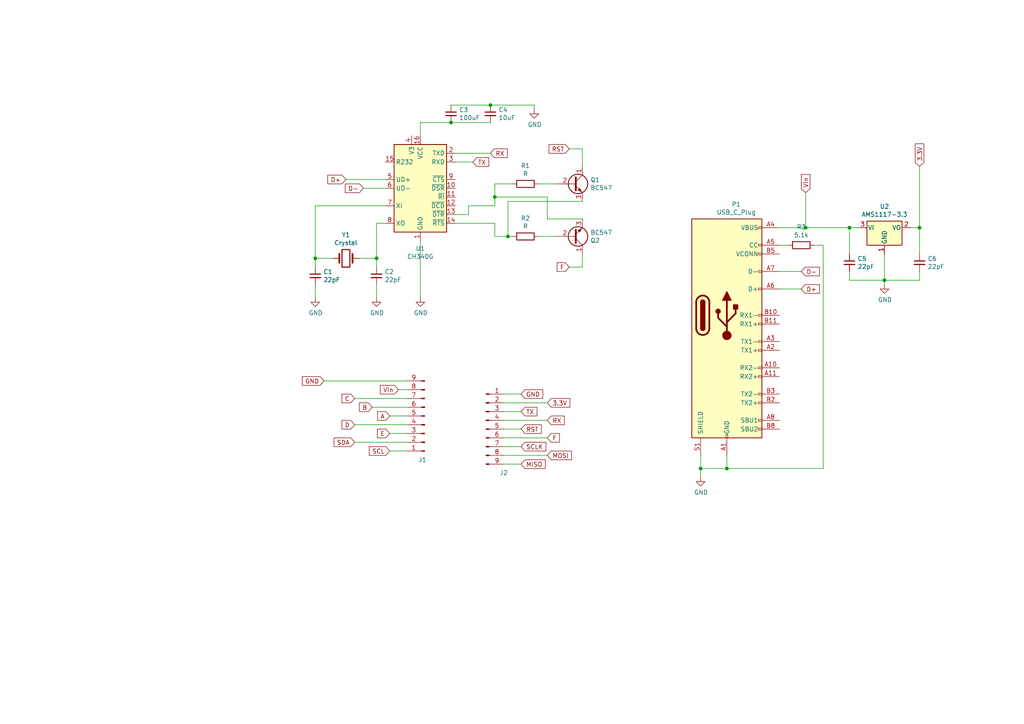
<source format=kicad_sch>
(kicad_sch (version 20211123) (generator eeschema)
  (paper "A4")
  (lib_symbols
    (symbol "Connector:Conn_01x09_Male" (pin_names (offset 1.016) hide)
      (property "Reference" "J" (at 0 12.7 0))
      (property "Value" "Conn_01x09_Male" (at 0 -12.7 0))
      (symbol "Conn_01x09_Male_1_1"
        (polyline (pts (xy 1.27 -10.16) (xy 0.8636 -10.16)) (stroke (width 0.1524)))
        (polyline (pts (xy 1.27 -7.62) (xy 0.8636 -7.62)) (stroke (width 0.1524)))
        (polyline (pts (xy 1.27 -5.08) (xy 0.8636 -5.08)) (stroke (width 0.1524)))
        (polyline (pts (xy 1.27 -2.54) (xy 0.8636 -2.54)) (stroke (width 0.1524)))
        (polyline (pts (xy 1.27 0) (xy 0.8636 0)) (stroke (width 0.1524)))
        (polyline (pts (xy 1.27 2.54) (xy 0.8636 2.54)) (stroke (width 0.1524)))
        (polyline (pts (xy 1.27 5.08) (xy 0.8636 5.08)) (stroke (width 0.1524)))
        (polyline (pts (xy 1.27 7.62) (xy 0.8636 7.62)) (stroke (width 0.1524)))
        (polyline (pts (xy 1.27 10.16) (xy 0.8636 10.16)) (stroke (width 0.1524)))
        (rectangle (start 0.8636 -10.033) (end 0 -10.287) (stroke (width 0.1524)) (fill (type outline)))
        (rectangle (start 0.8636 -7.493) (end 0 -7.747) (stroke (width 0.1524)) (fill (type outline)))
        (rectangle (start 0.8636 -4.953) (end 0 -5.207) (stroke (width 0.1524)) (fill (type outline)))
        (rectangle (start 0.8636 -2.413) (end 0 -2.667) (stroke (width 0.1524)) (fill (type outline)))
        (rectangle (start 0.8636 0.127) (end 0 -0.127) (stroke (width 0.1524)) (fill (type outline)))
        (rectangle (start 0.8636 2.667) (end 0 2.413) (stroke (width 0.1524)) (fill (type outline)))
        (rectangle (start 0.8636 5.207) (end 0 4.953) (stroke (width 0.1524)) (fill (type outline)))
        (rectangle (start 0.8636 7.747) (end 0 7.493) (stroke (width 0.1524)) (fill (type outline)))
        (rectangle (start 0.8636 10.287) (end 0 10.033) (stroke (width 0.1524)) (fill (type outline)))
        (pin passive line (at 5.08 10.16 180) (length 3.81) (name "Pin_1") (number "1"))
        (pin passive line (at 5.08 7.62 180) (length 3.81) (name "Pin_2") (number "2"))
        (pin passive line (at 5.08 5.08 180) (length 3.81) (name "Pin_3") (number "3"))
        (pin passive line (at 5.08 2.54 180) (length 3.81) (name "Pin_4") (number "4"))
        (pin passive line (at 5.08 0 180) (length 3.81) (name "Pin_5") (number "5"))
        (pin passive line (at 5.08 -2.54 180) (length 3.81) (name "Pin_6") (number "6"))
        (pin passive line (at 5.08 -5.08 180) (length 3.81) (name "Pin_7") (number "7"))
        (pin passive line (at 5.08 -7.62 180) (length 3.81) (name "Pin_8") (number "8"))
        (pin passive line (at 5.08 -10.16 180) (length 3.81) (name "Pin_9") (number "9"))
      )
    )
    (symbol "Connector:USB_C_Plug" (pin_names (offset 1.016))
      (property "Reference" "P" (at -10.16 29.21 0))
      (property "Value" "USB_C_Plug" (at 10.16 29.21 0))
      (symbol "USB_C_Plug_0_0"
        (rectangle (start -0.254 -35.56) (end 0.254 -34.544))
        (rectangle (start 10.16 -32.766) (end 9.144 -33.274))
        (rectangle (start 10.16 -30.226) (end 9.144 -30.734))
        (rectangle (start 10.16 -25.146) (end 9.144 -25.654))
        (rectangle (start 10.16 -22.606) (end 9.144 -23.114))
        (rectangle (start 10.16 -17.526) (end 9.144 -18.034))
        (rectangle (start 10.16 -14.986) (end 9.144 -15.494))
        (rectangle (start 10.16 -9.906) (end 9.144 -10.414))
        (rectangle (start 10.16 -7.366) (end 9.144 -7.874))
        (rectangle (start 10.16 -2.286) (end 9.144 -2.794))
        (rectangle (start 10.16 0.254) (end 9.144 -0.254))
        (rectangle (start 10.16 7.874) (end 9.144 7.366))
        (rectangle (start 10.16 12.954) (end 9.144 12.446))
        (rectangle (start 10.16 18.034) (end 9.144 17.526))
        (rectangle (start 10.16 20.574) (end 9.144 20.066))
        (rectangle (start 10.16 25.654) (end 9.144 25.146))
      )
      (symbol "USB_C_Plug_0_1"
        (rectangle (start -10.16 27.94) (end 10.16 -35.56) (stroke (width 0.254)) (fill (type background)))
        (arc (start -8.89 -3.81) (mid -6.985 -5.715) (end -5.08 -3.81) (stroke (width 0.508)))
        (arc (start -7.62 -3.81) (mid -6.985 -4.445) (end -6.35 -3.81) (stroke (width 0.254)))
        (arc (start -7.62 -3.81) (mid -6.985 -4.445) (end -6.35 -3.81) (stroke (width 0.254)) (fill (type outline)))
        (rectangle (start -7.62 -3.81) (end -6.35 3.81) (stroke (width 0.254)) (fill (type outline)))
        (arc (start -6.35 3.81) (mid -6.985 4.445) (end -7.62 3.81) (stroke (width 0.254)))
        (arc (start -6.35 3.81) (mid -6.985 4.445) (end -7.62 3.81) (stroke (width 0.254)) (fill (type outline)))
        (arc (start -5.08 3.81) (mid -6.985 5.715) (end -8.89 3.81) (stroke (width 0.508)))
        (polyline (pts (xy -8.89 -3.81) (xy -8.89 3.81)) (stroke (width 0.508)))
        (polyline (pts (xy -5.08 3.81) (xy -5.08 -3.81)) (stroke (width 0.508)))
      )
      (symbol "USB_C_Plug_1_1"
        (circle (center -2.54 1.143) (radius 0.635) (stroke (width 0.254)) (fill (type outline)))
        (circle (center 0 -5.842) (radius 1.27) (fill (type outline)))
        (polyline (pts (xy 0 -5.842) (xy 0 4.318)) (stroke (width 0.508)))
        (polyline (pts (xy 0 -3.302) (xy -2.54 -0.762) (xy -2.54 0.508)) (stroke (width 0.508)))
        (polyline (pts (xy 0 -2.032) (xy 2.54 0.508) (xy 2.54 1.778)) (stroke (width 0.508)))
        (polyline (pts (xy -1.27 4.318) (xy 0 6.858) (xy 1.27 4.318) (xy -1.27 4.318)) (stroke (width 0.254)) (fill (type outline)))
        (rectangle (start 1.905 1.778) (end 3.175 3.048) (stroke (width 0.254)) (fill (type outline)))
        (pin passive line (at 0 -40.64 90) (length 5.08) (name "GND") (number "A1"))
        (pin bidirectional line (at 15.24 -15.24 180) (length 5.08) (name "RX2-") (number "A10"))
        (pin bidirectional line (at 15.24 -17.78 180) (length 5.08) (name "RX2+") (number "A11"))
        (pin passive line (at 0 -40.64 90) (length 5.08) hide (name "GND") (number "A12"))
        (pin bidirectional line (at 15.24 -10.16 180) (length 5.08) (name "TX1+") (number "A2"))
        (pin bidirectional line (at 15.24 -7.62 180) (length 5.08) (name "TX1-") (number "A3"))
        (pin passive line (at 15.24 25.4 180) (length 5.08) (name "VBUS") (number "A4"))
        (pin bidirectional line (at 15.24 20.32 180) (length 5.08) (name "CC") (number "A5"))
        (pin bidirectional line (at 15.24 7.62 180) (length 5.08) (name "D+") (number "A6"))
        (pin bidirectional line (at 15.24 12.7 180) (length 5.08) (name "D-") (number "A7"))
        (pin bidirectional line (at 15.24 -30.48 180) (length 5.08) (name "SBU1") (number "A8"))
        (pin passive line (at 15.24 25.4 180) (length 5.08) hide (name "VBUS") (number "A9"))
        (pin passive line (at 0 -40.64 90) (length 5.08) hide (name "GND") (number "B1"))
        (pin bidirectional line (at 15.24 0 180) (length 5.08) (name "RX1-") (number "B10"))
        (pin bidirectional line (at 15.24 -2.54 180) (length 5.08) (name "RX1+") (number "B11"))
        (pin passive line (at 0 -40.64 90) (length 5.08) hide (name "GND") (number "B12"))
        (pin bidirectional line (at 15.24 -25.4 180) (length 5.08) (name "TX2+") (number "B2"))
        (pin bidirectional line (at 15.24 -22.86 180) (length 5.08) (name "TX2-") (number "B3"))
        (pin passive line (at 15.24 25.4 180) (length 5.08) hide (name "VBUS") (number "B4"))
        (pin bidirectional line (at 15.24 17.78 180) (length 5.08) (name "VCONN") (number "B5"))
        (pin bidirectional line (at 15.24 -33.02 180) (length 5.08) (name "SBU2") (number "B8"))
        (pin passive line (at 15.24 25.4 180) (length 5.08) hide (name "VBUS") (number "B9"))
        (pin passive line (at -7.62 -40.64 90) (length 5.08) (name "SHIELD") (number "S1"))
      )
    )
    (symbol "Device:C_Small" (pin_numbers hide) (pin_names (offset 0.254) hide)
      (property "Reference" "C" (at 0.254 1.778 0))
      (property "Value" "C_Small" (at 0.254 -2.032 0))
      (symbol "C_Small_0_1"
        (polyline (pts (xy -1.524 -0.508) (xy 1.524 -0.508)) (stroke (width 0.3302)))
        (polyline (pts (xy -1.524 0.508) (xy 1.524 0.508)) (stroke (width 0.3048)))
      )
      (symbol "C_Small_1_1"
        (pin passive line (at 0 2.54 270) (length 2.032) (name "~") (number "1"))
        (pin passive line (at 0 -2.54 90) (length 2.032) (name "~") (number "2"))
      )
    )
    (symbol "Device:Crystal" (pin_numbers hide) (pin_names (offset 1.016) hide)
      (property "Reference" "Y" (at 0 3.81 0))
      (property "Value" "Crystal" (at 0 -3.81 0))
      (symbol "Crystal_0_1"
        (rectangle (start -1.143 2.54) (end 1.143 -2.54) (stroke (width 0.3048)))
        (polyline (pts (xy -2.54 0) (xy -1.905 0)))
        (polyline (pts (xy -1.905 -1.27) (xy -1.905 1.27)) (stroke (width 0.508)))
        (polyline (pts (xy 1.905 -1.27) (xy 1.905 1.27)) (stroke (width 0.508)))
        (polyline (pts (xy 2.54 0) (xy 1.905 0)))
      )
      (symbol "Crystal_1_1"
        (pin passive line (at -3.81 0 0) (length 1.27) (name "1") (number "1"))
        (pin passive line (at 3.81 0 180) (length 1.27) (name "2") (number "2"))
      )
    )
    (symbol "Device:R" (pin_numbers hide) (pin_names (offset 0))
      (property "Reference" "R" (at 2.032 0 90))
      (property "Value" "R" (at 0 0 90))
      (symbol "R_0_1"
        (rectangle (start -1.016 -2.54) (end 1.016 2.54) (stroke (width 0.254)))
      )
      (symbol "R_1_1"
        (pin passive line (at 0 3.81 270) (length 1.27) (name "~") (number "1"))
        (pin passive line (at 0 -3.81 90) (length 1.27) (name "~") (number "2"))
      )
    )
    (symbol "Interface_USB:CH340G"
      (property "Reference" "U" (at -5.08 13.97 0))
      (property "Value" "CH340G" (at 1.27 13.97 0))
      (symbol "CH340G_0_1"
        (rectangle (start -7.62 12.7) (end 7.62 -12.7) (stroke (width 0.254)) (fill (type background)))
      )
      (symbol "CH340G_1_1"
        (pin power_in line (at 0 -15.24 90) (length 2.54) (name "GND") (number "1"))
        (pin input line (at 10.16 0 180) (length 2.54) (name "~{DSR}") (number "10"))
        (pin input line (at 10.16 -2.54 180) (length 2.54) (name "~{RI}") (number "11"))
        (pin input line (at 10.16 -5.08 180) (length 2.54) (name "~{DCD}") (number "12"))
        (pin output line (at 10.16 -7.62 180) (length 2.54) (name "~{DTR}") (number "13"))
        (pin output line (at 10.16 -10.16 180) (length 2.54) (name "~{RTS}") (number "14"))
        (pin input line (at -10.16 7.62 0) (length 2.54) (name "R232") (number "15"))
        (pin power_in line (at 0 15.24 270) (length 2.54) (name "VCC") (number "16"))
        (pin output line (at 10.16 10.16 180) (length 2.54) (name "TXD") (number "2"))
        (pin input line (at 10.16 7.62 180) (length 2.54) (name "RXD") (number "3"))
        (pin passive line (at -2.54 15.24 270) (length 2.54) (name "V3") (number "4"))
        (pin bidirectional line (at -10.16 2.54 0) (length 2.54) (name "UD+") (number "5"))
        (pin bidirectional line (at -10.16 0 0) (length 2.54) (name "UD-") (number "6"))
        (pin input line (at -10.16 -5.08 0) (length 2.54) (name "XI") (number "7"))
        (pin output line (at -10.16 -10.16 0) (length 2.54) (name "XO") (number "8"))
        (pin input line (at 10.16 2.54 180) (length 2.54) (name "~{CTS}") (number "9"))
      )
    )
    (symbol "Regulator_Linear:AMS1117-3.3" (pin_names (offset 0.254))
      (property "Reference" "U" (at -3.81 3.175 0))
      (property "Value" "AMS1117-3.3" (at 0 3.175 0))
      (symbol "AMS1117-3.3_0_1"
        (rectangle (start -5.08 -5.08) (end 5.08 1.905) (stroke (width 0.254)) (fill (type background)))
      )
      (symbol "AMS1117-3.3_1_1"
        (pin power_in line (at 0 -7.62 90) (length 2.54) (name "GND") (number "1"))
        (pin power_out line (at 7.62 0 180) (length 2.54) (name "VO") (number "2"))
        (pin power_in line (at -7.62 0 0) (length 2.54) (name "VI") (number "3"))
      )
    )
    (symbol "Transistor_BJT:BC547" (pin_names (offset 0) hide)
      (property "Reference" "Q" (at 5.08 1.905 0))
      (property "Value" "BC547" (at 5.08 0 0))
      (symbol "BC547_0_1"
        (polyline (pts (xy 0 0) (xy 0.635 0)))
        (polyline (pts (xy 0.635 0.635) (xy 2.54 2.54)))
        (polyline (pts (xy 0.635 -0.635) (xy 2.54 -2.54) (xy 2.54 -2.54)))
        (polyline (pts (xy 0.635 1.905) (xy 0.635 -1.905) (xy 0.635 -1.905)) (stroke (width 0.508)))
        (polyline (pts (xy 1.27 -1.778) (xy 1.778 -1.27) (xy 2.286 -2.286) (xy 1.27 -1.778) (xy 1.27 -1.778)) (fill (type outline)))
        (circle (center 1.27 0) (radius 2.8194) (stroke (width 0.254)))
      )
      (symbol "BC547_1_1"
        (pin passive line (at 2.54 5.08 270) (length 2.54) (name "C") (number "1"))
        (pin input line (at -5.08 0 0) (length 5.08) (name "B") (number "2"))
        (pin passive line (at 2.54 -5.08 90) (length 2.54) (name "E") (number "3"))
      )
    )
    (symbol "power:GND" (power) (pin_names (offset 0))
      (property "Value" "GND" (at 0 -3.81 0))
      (symbol "GND_0_1"
        (polyline (pts (xy 0 0) (xy 0 -1.27) (xy 1.27 -1.27) (xy 0 -2.54) (xy -1.27 -1.27) (xy 0 -1.27)))
      )
      (symbol "GND_1_1"
        (pin power_in line (at 0 0 270) (length 0) hide (name "GND") (number "1"))
      )
    )
  )
  (junction (at 91.44 74.93))
  (junction (at 233.68 66.04))
  (junction (at 266.7 66.04))
  (junction (at 246.38 66.04))
  (junction (at 142.24 30.48))
  (junction (at 210.82 135.89))
  (junction (at 109.22 74.93))
  (junction (at 130.81 35.56))
  (junction (at 256.54 81.28))
  (junction (at 203.2 135.89))
  (junction (at 143.51 57.15))
  (junction (at 147.32 68.58))
  (wire (pts (xy 130.81 35.56) (xy 142.24 35.56)))
  (wire (pts (xy 143.51 57.15) (xy 158.75 57.15)))
  (wire (pts (xy 151.13 129.54) (xy 146.05 129.54)))
  (wire (pts (xy 147.32 58.42) (xy 147.32 68.58)))
  (wire (pts (xy 158.75 63.5) (xy 168.91 63.5)))
  (wire (pts (xy 151.13 134.62) (xy 146.05 134.62)))
  (wire (pts (xy 137.16 46.99) (xy 132.08 46.99)))
  (wire (pts (xy 151.13 114.3) (xy 146.05 114.3)))
  (wire (pts (xy 203.2 132.08) (xy 203.2 135.89)))
  (wire (pts (xy 226.06 83.82) (xy 232.41 83.82)))
  (wire (pts (xy 96.52 74.93) (xy 91.44 74.93)))
  (wire (pts (xy 151.13 124.46) (xy 146.05 124.46)))
  (wire (pts (xy 158.75 132.08) (xy 146.05 132.08)))
  (wire (pts (xy 266.7 66.04) (xy 266.7 48.26)))
  (wire (pts (xy 168.91 48.26) (xy 168.91 43.18)))
  (wire (pts (xy 168.91 73.66) (xy 168.91 77.47)))
  (wire (pts (xy 256.54 73.66) (xy 256.54 81.28)))
  (wire (pts (xy 203.2 135.89) (xy 203.2 138.43)))
  (wire (pts (xy 91.44 59.69) (xy 91.44 74.93)))
  (wire (pts (xy 118.11 130.81) (xy 113.03 130.81)))
  (wire (pts (xy 121.92 35.56) (xy 130.81 35.56)))
  (wire (pts (xy 118.11 125.73) (xy 113.03 125.73)))
  (wire (pts (xy 143.51 64.77) (xy 143.51 68.58)))
  (wire (pts (xy 135.89 59.69) (xy 135.89 62.23)))
  (wire (pts (xy 111.76 54.61) (xy 105.41 54.61)))
  (wire (pts (xy 238.76 71.12) (xy 238.76 135.89)))
  (wire (pts (xy 143.51 53.34) (xy 143.51 57.15)))
  (wire (pts (xy 236.22 71.12) (xy 238.76 71.12)))
  (wire (pts (xy 118.11 123.19) (xy 102.87 123.19)))
  (wire (pts (xy 154.94 31.75) (xy 154.94 30.48)))
  (wire (pts (xy 111.76 52.07) (xy 100.33 52.07)))
  (wire (pts (xy 233.68 66.04) (xy 246.38 66.04)))
  (wire (pts (xy 246.38 73.66) (xy 246.38 66.04)))
  (wire (pts (xy 143.51 57.15) (xy 143.51 59.69)))
  (wire (pts (xy 151.13 119.38) (xy 146.05 119.38)))
  (wire (pts (xy 210.82 132.08) (xy 210.82 135.89)))
  (wire (pts (xy 158.75 121.92) (xy 146.05 121.92)))
  (wire (pts (xy 135.89 62.23) (xy 132.08 62.23)))
  (wire (pts (xy 121.92 39.37) (xy 121.92 35.56)))
  (wire (pts (xy 168.91 43.18) (xy 165.1 43.18)))
  (wire (pts (xy 256.54 81.28) (xy 256.54 82.55)))
  (wire (pts (xy 121.92 69.85) (xy 121.92 86.36)))
  (wire (pts (xy 104.14 74.93) (xy 109.22 74.93)))
  (wire (pts (xy 118.11 110.49) (xy 93.98 110.49)))
  (wire (pts (xy 148.59 53.34) (xy 143.51 53.34)))
  (wire (pts (xy 266.7 81.28) (xy 266.7 78.74)))
  (wire (pts (xy 118.11 118.11) (xy 107.95 118.11)))
  (wire (pts (xy 91.44 82.55) (xy 91.44 86.36)))
  (wire (pts (xy 168.91 58.42) (xy 147.32 58.42)))
  (wire (pts (xy 233.68 55.88) (xy 233.68 66.04)))
  (wire (pts (xy 246.38 78.74) (xy 246.38 81.28)))
  (wire (pts (xy 132.08 64.77) (xy 143.51 64.77)))
  (wire (pts (xy 109.22 82.55) (xy 109.22 86.36)))
  (wire (pts (xy 111.76 59.69) (xy 91.44 59.69)))
  (wire (pts (xy 111.76 64.77) (xy 109.22 64.77)))
  (wire (pts (xy 118.11 128.27) (xy 102.87 128.27)))
  (wire (pts (xy 147.32 68.58) (xy 143.51 68.58)))
  (wire (pts (xy 256.54 81.28) (xy 266.7 81.28)))
  (wire (pts (xy 118.11 115.57) (xy 102.87 115.57)))
  (wire (pts (xy 154.94 30.48) (xy 142.24 30.48)))
  (wire (pts (xy 156.21 53.34) (xy 161.29 53.34)))
  (wire (pts (xy 266.7 66.04) (xy 266.7 73.66)))
  (wire (pts (xy 226.06 71.12) (xy 228.6 71.12)))
  (wire (pts (xy 130.81 30.48) (xy 142.24 30.48)))
  (wire (pts (xy 109.22 64.77) (xy 109.22 74.93)))
  (wire (pts (xy 156.21 68.58) (xy 161.29 68.58)))
  (wire (pts (xy 158.75 127) (xy 146.05 127)))
  (wire (pts (xy 158.75 116.84) (xy 146.05 116.84)))
  (wire (pts (xy 142.24 44.45) (xy 132.08 44.45)))
  (wire (pts (xy 238.76 135.89) (xy 210.82 135.89)))
  (wire (pts (xy 168.91 77.47) (xy 165.1 77.47)))
  (wire (pts (xy 148.59 68.58) (xy 147.32 68.58)))
  (wire (pts (xy 118.11 120.65) (xy 113.03 120.65)))
  (wire (pts (xy 246.38 81.28) (xy 256.54 81.28)))
  (wire (pts (xy 109.22 74.93) (xy 109.22 77.47)))
  (wire (pts (xy 210.82 135.89) (xy 203.2 135.89)))
  (wire (pts (xy 158.75 57.15) (xy 158.75 63.5)))
  (wire (pts (xy 118.11 113.03) (xy 115.57 113.03)))
  (wire (pts (xy 246.38 66.04) (xy 248.92 66.04)))
  (wire (pts (xy 226.06 78.74) (xy 232.41 78.74)))
  (wire (pts (xy 91.44 74.93) (xy 91.44 77.47)))
  (wire (pts (xy 226.06 66.04) (xy 233.68 66.04)))
  (wire (pts (xy 264.16 66.04) (xy 266.7 66.04)))
  (wire (pts (xy 143.51 59.69) (xy 135.89 59.69)))
  (global_label "D" (shape input) (at 102.87 123.19 180) (property "Intersheet References" "${INTERSHEET_REFS}" (effects hide)))
  (global_label "RST" (shape input) (at 151.13 124.46 0) (property "Intersheet References" "${INTERSHEET_REFS}" (effects hide)))
  (global_label "RST" (shape input) (at 165.1 43.18 180) (property "Intersheet References" "${INTERSHEET_REFS}" (effects hide)))
  (global_label "RX" (shape input) (at 142.24 44.45 0) (property "Intersheet References" "${INTERSHEET_REFS}" (effects hide)))
  (global_label "SCLK" (shape input) (at 151.13 129.54 0) (property "Intersheet References" "${INTERSHEET_REFS}" (effects hide)))
  (global_label "A" (shape input) (at 113.03 120.65 180) (property "Intersheet References" "${INTERSHEET_REFS}" (effects hide)))
  (global_label "E" (shape input) (at 113.03 125.73 180) (property "Intersheet References" "${INTERSHEET_REFS}" (effects hide)))
  (global_label "F" (shape input) (at 165.1 77.47 180) (property "Intersheet References" "${INTERSHEET_REFS}" (effects hide)))
  (global_label "D+" (shape input) (at 100.33 52.07 180) (property "Intersheet References" "${INTERSHEET_REFS}" (effects hide)))
  (global_label "B" (shape input) (at 107.95 118.11 180) (property "Intersheet References" "${INTERSHEET_REFS}" (effects hide)))
  (global_label "MISO" (shape input) (at 151.13 134.62 0) (property "Intersheet References" "${INTERSHEET_REFS}" (effects hide)))
  (global_label "C" (shape input) (at 102.87 115.57 180) (property "Intersheet References" "${INTERSHEET_REFS}" (effects hide)))
  (global_label "Vin" (shape input) (at 233.68 55.88 90) (property "Intersheet References" "${INTERSHEET_REFS}" (effects hide)))
  (global_label "SCL" (shape input) (at 113.03 130.81 180) (property "Intersheet References" "${INTERSHEET_REFS}" (effects hide)))
  (global_label "GND" (shape input) (at 93.98 110.49 180) (property "Intersheet References" "${INTERSHEET_REFS}" (effects hide)))
  (global_label "F" (shape input) (at 158.75 127 0) (property "Intersheet References" "${INTERSHEET_REFS}" (effects hide)))
  (global_label "3.3V" (shape input) (at 266.7 48.26 90) (property "Intersheet References" "${INTERSHEET_REFS}" (effects hide)))
  (global_label "TX" (shape input) (at 151.13 119.38 0) (property "Intersheet References" "${INTERSHEET_REFS}" (effects hide)))
  (global_label "3.3V" (shape input) (at 158.75 116.84 0) (property "Intersheet References" "${INTERSHEET_REFS}" (effects hide)))
  (global_label "D-" (shape input) (at 232.41 78.74 0) (property "Intersheet References" "${INTERSHEET_REFS}" (effects hide)))
  (global_label "GND" (shape input) (at 151.13 114.3 0) (property "Intersheet References" "${INTERSHEET_REFS}" (effects hide)))
  (global_label "TX" (shape input) (at 137.16 46.99 0) (property "Intersheet References" "${INTERSHEET_REFS}" (effects hide)))
  (global_label "Vin" (shape input) (at 115.57 113.03 180) (property "Intersheet References" "${INTERSHEET_REFS}" (effects hide)))
  (global_label "MOSI" (shape input) (at 158.75 132.08 0) (property "Intersheet References" "${INTERSHEET_REFS}" (effects hide)))
  (global_label "SDA" (shape input) (at 102.87 128.27 180) (property "Intersheet References" "${INTERSHEET_REFS}" (effects hide)))
  (global_label "D+" (shape input) (at 232.41 83.82 0) (property "Intersheet References" "${INTERSHEET_REFS}" (effects hide)))
  (global_label "D-" (shape input) (at 105.41 54.61 180) (property "Intersheet References" "${INTERSHEET_REFS}" (effects hide)))
  (global_label "RX" (shape input) (at 158.75 121.92 0) (property "Intersheet References" "${INTERSHEET_REFS}" (effects hide)))
  (symbol (lib_id "power:GND") (at 154.94 31.75 0) (unit 1)
    (property "Reference" "#PWR0103" (effects hide))
    (property "Value" "GND" (at 155.067 36.1442 0))
  )
  (symbol (lib_id "Device:Crystal") (at 100.33 74.93 0) (unit 1)
    (property "Reference" "Y1" (at 100.33 68.1228 0))
    (property "Value" "Crystal" (at 100.33 70.4342 0))
    (property "Footprint" "Suat:2pincrystal" (effects hide))
  )
  (symbol (lib_id "power:GND") (at 256.54 82.55 0) (unit 1)
    (property "Reference" "#PWR0101" (effects hide))
    (property "Value" "GND" (at 256.667 86.9442 0))
  )
  (symbol (lib_id "power:GND") (at 109.22 86.36 0) (unit 1)
    (property "Reference" "#PWR0106" (effects hide))
    (property "Value" "GND" (at 109.347 90.7542 0))
  )
  (symbol (lib_id "Device:C_Small") (at 266.7 76.2 0) (unit 1)
    (property "Reference" "C6" (at 269.0368 75.0316 0) (effects (justify left)))
    (property "Value" "22pF" (at 269.0368 77.343 0) (effects (justify left)))
    (property "Footprint" "Capacitor_SMD:C_1206_3216Metric_Pad1.33x1.80mm_HandSolder" (effects hide))
  )
  (symbol (lib_id "Connector:Conn_01x09_Male") (at 123.19 120.65 180) (unit 1)
    (property "Reference" "J1" (at 122.555 133.35 0))
    (property "Value" "Conn_01x08_Male" (effects hide))
    (property "Footprint" "Connector_PinHeader_2.54mm:PinHeader_1x09_P2.54mm_Vertical" (effects hide))
  )
  (symbol (lib_id "Regulator_Linear:AMS1117-3.3") (at 256.54 66.04 0) (unit 1)
    (property "Reference" "U2" (at 256.54 59.8932 0))
    (property "Value" "AMS1117-3.3" (at 256.54 62.2046 0))
    (property "Footprint" "Package_TO_SOT_SMD:SOT-223-3_TabPin2" (effects hide))
    (property "Datasheet" "http://www.advanced-monolithic.com/pdf/ds1117.pdf" (effects hide))
  )
  (symbol (lib_id "power:GND") (at 121.92 86.36 0) (unit 1)
    (property "Reference" "#PWR0104" (effects hide))
    (property "Value" "GND" (at 122.047 90.7542 0))
  )
  (symbol (lib_id "Transistor_BJT:BC547") (at 166.37 68.58 0) (mirror x) (unit 1)
    (property "Reference" "Q2" (at 171.2214 69.7484 0) (effects (justify left)))
    (property "Value" "BC547" (at 171.2214 67.437 0) (effects (justify left)))
    (property "Footprint" "Package_TO_SOT_SMD:SOT-23W" (effects hide))
    (property "Datasheet" "https://www.onsemi.com/pub/Collateral/BC550-D.pdf" (effects hide))
  )
  (symbol (lib_id "Interface_USB:CH340G") (at 121.92 54.61 0) (unit 1)
    (property "Reference" "U1" (at 121.92 72.1106 0))
    (property "Value" "CH340G" (at 121.92 74.422 0))
    (property "Footprint" "Package_SO:SOIC-16_3.9x9.9mm_P1.27mm" (effects hide))
    (property "Datasheet" "http://www.datasheet5.com/pdf-local-2195953" (effects hide))
  )
  (symbol (lib_id "Connector:Conn_01x09_Male") (at 140.97 124.46 0) (unit 1)
    (property "Reference" "J2" (at 147.32 137.16 0) (effects (justify right)))
    (property "Value" "Conn_01x08_Male" (effects hide))
    (property "Footprint" "Connector_PinHeader_2.54mm:PinHeader_1x09_P2.54mm_Vertical" (effects hide))
  )
  (symbol (lib_id "power:GND") (at 91.44 86.36 0) (unit 1)
    (property "Reference" "#PWR0105" (effects hide))
    (property "Value" "GND" (at 91.567 90.7542 0))
  )
  (symbol (lib_id "Device:R") (at 152.4 68.58 270) (unit 1)
    (property "Reference" "R2" (at 152.4 63.3222 90))
    (property "Value" "R" (at 152.4 65.6336 90))
    (property "Footprint" "Resistor_SMD:R_1206_3216Metric_Pad1.30x1.75mm_HandSolder" (effects hide))
  )
  (symbol (lib_id "Device:C_Small") (at 130.81 33.02 0) (unit 1)
    (property "Reference" "C3" (at 133.1468 31.8516 0) (effects (justify left)))
    (property "Value" "100uF" (at 133.1468 34.163 0) (effects (justify left)))
    (property "Footprint" "Capacitor_SMD:C_1206_3216Metric_Pad1.33x1.80mm_HandSolder" (effects hide))
  )
  (symbol (lib_id "Device:C_Small") (at 142.24 33.02 0) (unit 1)
    (property "Reference" "C4" (at 144.5768 31.8516 0) (effects (justify left)))
    (property "Value" "10uF" (at 144.5768 34.163 0) (effects (justify left)))
    (property "Footprint" "Capacitor_SMD:C_1206_3216Metric_Pad1.33x1.80mm_HandSolder" (effects hide))
  )
  (symbol (lib_id "power:GND") (at 203.2 138.43 0) (unit 1)
    (property "Reference" "#PWR0102" (effects hide))
    (property "Value" "GND" (at 203.327 142.8242 0))
  )
  (symbol (lib_id "Device:R") (at 232.41 71.12 270) (unit 1)
    (property "Reference" "R3" (at 232.41 65.8622 90))
    (property "Value" "5.1k" (at 232.41 68.1736 90))
    (property "Footprint" "Resistor_SMD:R_1206_3216Metric_Pad1.30x1.75mm_HandSolder" (effects hide))
  )
  (symbol (lib_id "Device:R") (at 152.4 53.34 270) (unit 1)
    (property "Reference" "R1" (at 152.4 48.0822 90))
    (property "Value" "R" (at 152.4 50.3936 90))
    (property "Footprint" "Resistor_SMD:R_1206_3216Metric_Pad1.30x1.75mm_HandSolder" (effects hide))
  )
  (symbol (lib_id "Device:C_Small") (at 91.44 80.01 0) (unit 1)
    (property "Reference" "C1" (at 93.7768 78.8416 0) (effects (justify left)))
    (property "Value" "22pF" (at 93.7768 81.153 0) (effects (justify left)))
    (property "Footprint" "Capacitor_SMD:C_1206_3216Metric_Pad1.33x1.80mm_HandSolder" (effects hide))
  )
  (symbol (lib_id "Transistor_BJT:BC547") (at 166.37 53.34 0) (unit 1)
    (property "Reference" "Q1" (at 171.2214 52.1716 0) (effects (justify left)))
    (property "Value" "BC547" (at 171.2214 54.483 0) (effects (justify left)))
    (property "Footprint" "Package_TO_SOT_SMD:SOT-23W" (effects hide))
    (property "Datasheet" "https://www.onsemi.com/pub/Collateral/BC550-D.pdf" (effects hide))
  )
  (symbol (lib_id "Device:C_Small") (at 246.38 76.2 0) (unit 1)
    (property "Reference" "C5" (at 248.7168 75.0316 0) (effects (justify left)))
    (property "Value" "22pF" (at 248.7168 77.343 0) (effects (justify left)))
    (property "Footprint" "Capacitor_SMD:C_1206_3216Metric_Pad1.33x1.80mm_HandSolder" (effects hide))
  )
  (symbol (lib_id "Device:C_Small") (at 109.22 80.01 0) (unit 1)
    (property "Reference" "C2" (at 111.5568 78.8416 0) (effects (justify left)))
    (property "Value" "22pF" (at 111.5568 81.153 0) (effects (justify left)))
    (property "Footprint" "Capacitor_SMD:C_1206_3216Metric_Pad1.33x1.80mm_HandSolder" (effects hide))
  )
  (symbol (lib_id "Connector:USB_C_Plug") (at 210.82 91.44 0) (unit 1)
    (property "Reference" "P1" (at 213.5378 59.2582 0))
    (property "Value" "USB_C_Plug" (at 213.5378 61.5696 0))
    (property "Footprint" "Connector_USB:USB_C_Receptacle_HRO_TYPE-C-31-M-12" (effects hide))
    (property "Datasheet" "https://www.usb.org/sites/default/files/documents/usb_type-c.zip" (effects hide))
  )
)
</source>
